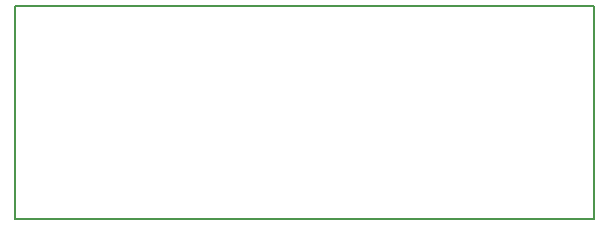
<source format=gbr>
G04 #@! TF.GenerationSoftware,KiCad,Pcbnew,5.0.0*
G04 #@! TF.CreationDate,2018-11-01T16:31:23+02:00*
G04 #@! TF.ProjectId,filter,66696C7465722E6B696361645F706362,rev?*
G04 #@! TF.SameCoordinates,Original*
G04 #@! TF.FileFunction,Profile,NP*
%FSLAX46Y46*%
G04 Gerber Fmt 4.6, Leading zero omitted, Abs format (unit mm)*
G04 Created by KiCad (PCBNEW 5.0.0) date Thu Nov  1 16:31:23 2018*
%MOMM*%
%LPD*%
G01*
G04 APERTURE LIST*
%ADD10C,0.150000*%
G04 APERTURE END LIST*
D10*
X41500000Y-44000000D02*
X41500000Y-26000000D01*
X90500000Y-44000000D02*
X41500000Y-44000000D01*
X90500000Y-26000000D02*
X90500000Y-44000000D01*
X41500000Y-26000000D02*
X90500000Y-26000000D01*
M02*

</source>
